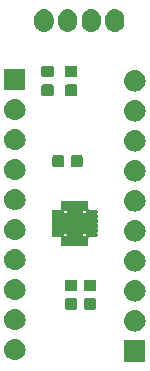
<source format=gts>
G04 #@! TF.GenerationSoftware,KiCad,Pcbnew,(5.1.2)-1*
G04 #@! TF.CreationDate,2024-07-07T09:58:16+09:00*
G04 #@! TF.ProjectId,slg,736c672e-6b69-4636-9164-5f7063625858,v1.0*
G04 #@! TF.SameCoordinates,Original*
G04 #@! TF.FileFunction,Soldermask,Top*
G04 #@! TF.FilePolarity,Negative*
%FSLAX46Y46*%
G04 Gerber Fmt 4.6, Leading zero omitted, Abs format (unit mm)*
G04 Created by KiCad (PCBNEW (5.1.2)-1) date 2024-07-07 09:58:16*
%MOMM*%
%LPD*%
G04 APERTURE LIST*
%ADD10C,0.100000*%
G04 APERTURE END LIST*
D10*
G36*
X153301000Y-103771000D02*
G01*
X151499000Y-103771000D01*
X151499000Y-101969000D01*
X153301000Y-101969000D01*
X153301000Y-103771000D01*
X153301000Y-103771000D01*
G37*
G36*
X142350442Y-101855518D02*
G01*
X142416627Y-101862037D01*
X142586466Y-101913557D01*
X142742991Y-101997222D01*
X142778729Y-102026552D01*
X142880186Y-102109814D01*
X142963448Y-102211271D01*
X142992778Y-102247009D01*
X143076443Y-102403534D01*
X143127963Y-102573373D01*
X143145359Y-102750000D01*
X143127963Y-102926627D01*
X143076443Y-103096466D01*
X142992778Y-103252991D01*
X142963448Y-103288729D01*
X142880186Y-103390186D01*
X142778729Y-103473448D01*
X142742991Y-103502778D01*
X142586466Y-103586443D01*
X142416627Y-103637963D01*
X142350443Y-103644481D01*
X142284260Y-103651000D01*
X142195740Y-103651000D01*
X142129557Y-103644481D01*
X142063373Y-103637963D01*
X141893534Y-103586443D01*
X141737009Y-103502778D01*
X141701271Y-103473448D01*
X141599814Y-103390186D01*
X141516552Y-103288729D01*
X141487222Y-103252991D01*
X141403557Y-103096466D01*
X141352037Y-102926627D01*
X141334641Y-102750000D01*
X141352037Y-102573373D01*
X141403557Y-102403534D01*
X141487222Y-102247009D01*
X141516552Y-102211271D01*
X141599814Y-102109814D01*
X141701271Y-102026552D01*
X141737009Y-101997222D01*
X141893534Y-101913557D01*
X142063373Y-101862037D01*
X142129558Y-101855518D01*
X142195740Y-101849000D01*
X142284260Y-101849000D01*
X142350442Y-101855518D01*
X142350442Y-101855518D01*
G37*
G36*
X152510443Y-99435519D02*
G01*
X152576627Y-99442037D01*
X152746466Y-99493557D01*
X152902991Y-99577222D01*
X152938729Y-99606552D01*
X153040186Y-99689814D01*
X153123448Y-99791271D01*
X153152778Y-99827009D01*
X153236443Y-99983534D01*
X153287963Y-100153373D01*
X153305359Y-100330000D01*
X153287963Y-100506627D01*
X153236443Y-100676466D01*
X153152778Y-100832991D01*
X153138667Y-100850185D01*
X153040186Y-100970186D01*
X152947266Y-101046442D01*
X152902991Y-101082778D01*
X152746466Y-101166443D01*
X152576627Y-101217963D01*
X152510443Y-101224481D01*
X152444260Y-101231000D01*
X152355740Y-101231000D01*
X152289558Y-101224482D01*
X152223373Y-101217963D01*
X152053534Y-101166443D01*
X151897009Y-101082778D01*
X151852734Y-101046442D01*
X151759814Y-100970186D01*
X151661333Y-100850185D01*
X151647222Y-100832991D01*
X151563557Y-100676466D01*
X151512037Y-100506627D01*
X151494641Y-100330000D01*
X151512037Y-100153373D01*
X151563557Y-99983534D01*
X151647222Y-99827009D01*
X151676552Y-99791271D01*
X151759814Y-99689814D01*
X151861271Y-99606552D01*
X151897009Y-99577222D01*
X152053534Y-99493557D01*
X152223373Y-99442037D01*
X152289558Y-99435518D01*
X152355740Y-99429000D01*
X152444260Y-99429000D01*
X152510443Y-99435519D01*
X152510443Y-99435519D01*
G37*
G36*
X142350443Y-99315519D02*
G01*
X142416627Y-99322037D01*
X142586466Y-99373557D01*
X142586468Y-99373558D01*
X142664728Y-99415389D01*
X142742991Y-99457222D01*
X142778729Y-99486552D01*
X142880186Y-99569814D01*
X142963448Y-99671271D01*
X142992778Y-99707009D01*
X143076443Y-99863534D01*
X143127963Y-100033373D01*
X143145359Y-100210000D01*
X143127963Y-100386627D01*
X143076443Y-100556466D01*
X142992778Y-100712991D01*
X142963448Y-100748729D01*
X142880186Y-100850186D01*
X142778729Y-100933448D01*
X142742991Y-100962778D01*
X142586466Y-101046443D01*
X142416627Y-101097963D01*
X142350442Y-101104482D01*
X142284260Y-101111000D01*
X142195740Y-101111000D01*
X142129558Y-101104482D01*
X142063373Y-101097963D01*
X141893534Y-101046443D01*
X141737009Y-100962778D01*
X141701271Y-100933448D01*
X141599814Y-100850186D01*
X141516552Y-100748729D01*
X141487222Y-100712991D01*
X141403557Y-100556466D01*
X141352037Y-100386627D01*
X141334641Y-100210000D01*
X141352037Y-100033373D01*
X141403557Y-99863534D01*
X141487222Y-99707009D01*
X141516552Y-99671271D01*
X141599814Y-99569814D01*
X141701271Y-99486552D01*
X141737009Y-99457222D01*
X141815271Y-99415390D01*
X141893532Y-99373558D01*
X141893534Y-99373557D01*
X142063373Y-99322037D01*
X142129557Y-99315519D01*
X142195740Y-99309000D01*
X142284260Y-99309000D01*
X142350443Y-99315519D01*
X142350443Y-99315519D01*
G37*
G36*
X148979591Y-98403085D02*
G01*
X149013569Y-98413393D01*
X149044890Y-98430134D01*
X149072339Y-98452661D01*
X149094866Y-98480110D01*
X149111607Y-98511431D01*
X149121915Y-98545409D01*
X149126000Y-98586890D01*
X149126000Y-99188110D01*
X149121915Y-99229591D01*
X149111607Y-99263569D01*
X149094866Y-99294890D01*
X149072339Y-99322339D01*
X149044890Y-99344866D01*
X149013569Y-99361607D01*
X148979591Y-99371915D01*
X148938110Y-99376000D01*
X148261890Y-99376000D01*
X148220409Y-99371915D01*
X148186431Y-99361607D01*
X148155110Y-99344866D01*
X148127661Y-99322339D01*
X148105134Y-99294890D01*
X148088393Y-99263569D01*
X148078085Y-99229591D01*
X148074000Y-99188110D01*
X148074000Y-98586890D01*
X148078085Y-98545409D01*
X148088393Y-98511431D01*
X148105134Y-98480110D01*
X148127661Y-98452661D01*
X148155110Y-98430134D01*
X148186431Y-98413393D01*
X148220409Y-98403085D01*
X148261890Y-98399000D01*
X148938110Y-98399000D01*
X148979591Y-98403085D01*
X148979591Y-98403085D01*
G37*
G36*
X147379591Y-98403085D02*
G01*
X147413569Y-98413393D01*
X147444890Y-98430134D01*
X147472339Y-98452661D01*
X147494866Y-98480110D01*
X147511607Y-98511431D01*
X147521915Y-98545409D01*
X147526000Y-98586890D01*
X147526000Y-99188110D01*
X147521915Y-99229591D01*
X147511607Y-99263569D01*
X147494866Y-99294890D01*
X147472339Y-99322339D01*
X147444890Y-99344866D01*
X147413569Y-99361607D01*
X147379591Y-99371915D01*
X147338110Y-99376000D01*
X146661890Y-99376000D01*
X146620409Y-99371915D01*
X146586431Y-99361607D01*
X146555110Y-99344866D01*
X146527661Y-99322339D01*
X146505134Y-99294890D01*
X146488393Y-99263569D01*
X146478085Y-99229591D01*
X146474000Y-99188110D01*
X146474000Y-98586890D01*
X146478085Y-98545409D01*
X146488393Y-98511431D01*
X146505134Y-98480110D01*
X146527661Y-98452661D01*
X146555110Y-98430134D01*
X146586431Y-98413393D01*
X146620409Y-98403085D01*
X146661890Y-98399000D01*
X147338110Y-98399000D01*
X147379591Y-98403085D01*
X147379591Y-98403085D01*
G37*
G36*
X152510442Y-96895518D02*
G01*
X152576627Y-96902037D01*
X152746466Y-96953557D01*
X152902991Y-97037222D01*
X152938729Y-97066552D01*
X153040186Y-97149814D01*
X153123448Y-97251271D01*
X153152778Y-97287009D01*
X153236443Y-97443534D01*
X153287963Y-97613373D01*
X153305359Y-97790000D01*
X153287963Y-97966627D01*
X153236443Y-98136466D01*
X153152778Y-98292991D01*
X153138667Y-98310185D01*
X153040186Y-98430186D01*
X152947266Y-98506442D01*
X152902991Y-98542778D01*
X152746466Y-98626443D01*
X152576627Y-98677963D01*
X152510442Y-98684482D01*
X152444260Y-98691000D01*
X152355740Y-98691000D01*
X152289558Y-98684482D01*
X152223373Y-98677963D01*
X152053534Y-98626443D01*
X151897009Y-98542778D01*
X151852734Y-98506442D01*
X151759814Y-98430186D01*
X151661333Y-98310185D01*
X151647222Y-98292991D01*
X151563557Y-98136466D01*
X151512037Y-97966627D01*
X151494641Y-97790000D01*
X151512037Y-97613373D01*
X151563557Y-97443534D01*
X151647222Y-97287009D01*
X151676552Y-97251271D01*
X151759814Y-97149814D01*
X151861271Y-97066552D01*
X151897009Y-97037222D01*
X152053534Y-96953557D01*
X152223373Y-96902037D01*
X152289558Y-96895518D01*
X152355740Y-96889000D01*
X152444260Y-96889000D01*
X152510442Y-96895518D01*
X152510442Y-96895518D01*
G37*
G36*
X142350442Y-96775518D02*
G01*
X142416627Y-96782037D01*
X142586466Y-96833557D01*
X142586468Y-96833558D01*
X142603369Y-96842592D01*
X142742991Y-96917222D01*
X142766397Y-96936431D01*
X142880186Y-97029814D01*
X142963448Y-97131271D01*
X142992778Y-97167009D01*
X143076443Y-97323534D01*
X143127963Y-97493373D01*
X143145359Y-97670000D01*
X143127963Y-97846627D01*
X143076443Y-98016466D01*
X142992778Y-98172991D01*
X142963448Y-98208729D01*
X142880186Y-98310186D01*
X142778729Y-98393448D01*
X142742991Y-98422778D01*
X142586466Y-98506443D01*
X142416627Y-98557963D01*
X142350443Y-98564481D01*
X142284260Y-98571000D01*
X142195740Y-98571000D01*
X142129558Y-98564482D01*
X142063373Y-98557963D01*
X141893534Y-98506443D01*
X141737009Y-98422778D01*
X141701271Y-98393448D01*
X141599814Y-98310186D01*
X141516552Y-98208729D01*
X141487222Y-98172991D01*
X141403557Y-98016466D01*
X141352037Y-97846627D01*
X141334641Y-97670000D01*
X141352037Y-97493373D01*
X141403557Y-97323534D01*
X141487222Y-97167009D01*
X141516552Y-97131271D01*
X141599814Y-97029814D01*
X141713603Y-96936431D01*
X141737009Y-96917222D01*
X141876631Y-96842592D01*
X141893532Y-96833558D01*
X141893534Y-96833557D01*
X142063373Y-96782037D01*
X142129558Y-96775518D01*
X142195740Y-96769000D01*
X142284260Y-96769000D01*
X142350442Y-96775518D01*
X142350442Y-96775518D01*
G37*
G36*
X147379591Y-96828085D02*
G01*
X147413569Y-96838393D01*
X147444890Y-96855134D01*
X147472339Y-96877661D01*
X147494866Y-96905110D01*
X147511607Y-96936431D01*
X147521915Y-96970409D01*
X147526000Y-97011890D01*
X147526000Y-97613110D01*
X147521915Y-97654591D01*
X147511607Y-97688569D01*
X147494866Y-97719890D01*
X147472339Y-97747339D01*
X147444890Y-97769866D01*
X147413569Y-97786607D01*
X147379591Y-97796915D01*
X147338110Y-97801000D01*
X146661890Y-97801000D01*
X146620409Y-97796915D01*
X146586431Y-97786607D01*
X146555110Y-97769866D01*
X146527661Y-97747339D01*
X146505134Y-97719890D01*
X146488393Y-97688569D01*
X146478085Y-97654591D01*
X146474000Y-97613110D01*
X146474000Y-97011890D01*
X146478085Y-96970409D01*
X146488393Y-96936431D01*
X146505134Y-96905110D01*
X146527661Y-96877661D01*
X146555110Y-96855134D01*
X146586431Y-96838393D01*
X146620409Y-96828085D01*
X146661890Y-96824000D01*
X147338110Y-96824000D01*
X147379591Y-96828085D01*
X147379591Y-96828085D01*
G37*
G36*
X148979591Y-96828085D02*
G01*
X149013569Y-96838393D01*
X149044890Y-96855134D01*
X149072339Y-96877661D01*
X149094866Y-96905110D01*
X149111607Y-96936431D01*
X149121915Y-96970409D01*
X149126000Y-97011890D01*
X149126000Y-97613110D01*
X149121915Y-97654591D01*
X149111607Y-97688569D01*
X149094866Y-97719890D01*
X149072339Y-97747339D01*
X149044890Y-97769866D01*
X149013569Y-97786607D01*
X148979591Y-97796915D01*
X148938110Y-97801000D01*
X148261890Y-97801000D01*
X148220409Y-97796915D01*
X148186431Y-97786607D01*
X148155110Y-97769866D01*
X148127661Y-97747339D01*
X148105134Y-97719890D01*
X148088393Y-97688569D01*
X148078085Y-97654591D01*
X148074000Y-97613110D01*
X148074000Y-97011890D01*
X148078085Y-96970409D01*
X148088393Y-96936431D01*
X148105134Y-96905110D01*
X148127661Y-96877661D01*
X148155110Y-96855134D01*
X148186431Y-96838393D01*
X148220409Y-96828085D01*
X148261890Y-96824000D01*
X148938110Y-96824000D01*
X148979591Y-96828085D01*
X148979591Y-96828085D01*
G37*
G36*
X152510442Y-94355518D02*
G01*
X152576627Y-94362037D01*
X152746466Y-94413557D01*
X152902991Y-94497222D01*
X152938729Y-94526552D01*
X153040186Y-94609814D01*
X153123448Y-94711271D01*
X153152778Y-94747009D01*
X153236443Y-94903534D01*
X153287963Y-95073373D01*
X153305359Y-95250000D01*
X153287963Y-95426627D01*
X153236443Y-95596466D01*
X153152778Y-95752991D01*
X153138667Y-95770185D01*
X153040186Y-95890186D01*
X152947266Y-95966442D01*
X152902991Y-96002778D01*
X152746466Y-96086443D01*
X152576627Y-96137963D01*
X152510443Y-96144481D01*
X152444260Y-96151000D01*
X152355740Y-96151000D01*
X152289558Y-96144482D01*
X152223373Y-96137963D01*
X152053534Y-96086443D01*
X151897009Y-96002778D01*
X151852734Y-95966442D01*
X151759814Y-95890186D01*
X151661333Y-95770185D01*
X151647222Y-95752991D01*
X151563557Y-95596466D01*
X151512037Y-95426627D01*
X151494641Y-95250000D01*
X151512037Y-95073373D01*
X151563557Y-94903534D01*
X151647222Y-94747009D01*
X151676552Y-94711271D01*
X151759814Y-94609814D01*
X151861271Y-94526552D01*
X151897009Y-94497222D01*
X152053534Y-94413557D01*
X152223373Y-94362037D01*
X152289557Y-94355519D01*
X152355740Y-94349000D01*
X152444260Y-94349000D01*
X152510442Y-94355518D01*
X152510442Y-94355518D01*
G37*
G36*
X142350442Y-94235518D02*
G01*
X142416627Y-94242037D01*
X142586466Y-94293557D01*
X142742991Y-94377222D01*
X142778729Y-94406552D01*
X142880186Y-94489814D01*
X142963448Y-94591271D01*
X142992778Y-94627009D01*
X143076443Y-94783534D01*
X143127963Y-94953373D01*
X143145359Y-95130000D01*
X143127963Y-95306627D01*
X143076443Y-95476466D01*
X142992778Y-95632991D01*
X142963448Y-95668729D01*
X142880186Y-95770186D01*
X142778729Y-95853448D01*
X142742991Y-95882778D01*
X142586466Y-95966443D01*
X142416627Y-96017963D01*
X142350443Y-96024481D01*
X142284260Y-96031000D01*
X142195740Y-96031000D01*
X142129558Y-96024482D01*
X142063373Y-96017963D01*
X141893534Y-95966443D01*
X141737009Y-95882778D01*
X141701271Y-95853448D01*
X141599814Y-95770186D01*
X141516552Y-95668729D01*
X141487222Y-95632991D01*
X141403557Y-95476466D01*
X141352037Y-95306627D01*
X141334641Y-95130000D01*
X141352037Y-94953373D01*
X141403557Y-94783534D01*
X141487222Y-94627009D01*
X141516552Y-94591271D01*
X141599814Y-94489814D01*
X141701271Y-94406552D01*
X141737009Y-94377222D01*
X141893534Y-94293557D01*
X142063373Y-94242037D01*
X142129558Y-94235518D01*
X142195740Y-94229000D01*
X142284260Y-94229000D01*
X142350442Y-94235518D01*
X142350442Y-94235518D01*
G37*
G36*
X146387228Y-90148653D02*
G01*
X146406541Y-90152496D01*
X146423098Y-90159353D01*
X146424663Y-90160399D01*
X146446274Y-90171951D01*
X146469723Y-90179064D01*
X146494109Y-90181466D01*
X146518495Y-90179064D01*
X146541944Y-90171951D01*
X146573405Y-90153095D01*
X146575109Y-90151696D01*
X146577255Y-90150550D01*
X146579584Y-90149843D01*
X146588143Y-90149000D01*
X146851857Y-90149000D01*
X146860416Y-90149843D01*
X146864556Y-90151099D01*
X146883716Y-90159035D01*
X146907750Y-90163815D01*
X146932254Y-90163815D01*
X146956287Y-90159034D01*
X146975445Y-90151099D01*
X146979584Y-90149843D01*
X146988143Y-90149000D01*
X147251857Y-90149000D01*
X147260416Y-90149843D01*
X147264556Y-90151099D01*
X147283716Y-90159035D01*
X147307750Y-90163815D01*
X147332254Y-90163815D01*
X147356287Y-90159034D01*
X147375445Y-90151099D01*
X147379584Y-90149843D01*
X147388143Y-90149000D01*
X147651857Y-90149000D01*
X147660416Y-90149843D01*
X147664556Y-90151099D01*
X147683716Y-90159035D01*
X147707750Y-90163815D01*
X147732254Y-90163815D01*
X147756287Y-90159034D01*
X147775445Y-90151099D01*
X147779584Y-90149843D01*
X147788143Y-90149000D01*
X148051857Y-90149000D01*
X148060416Y-90149843D01*
X148062745Y-90150550D01*
X148064891Y-90151696D01*
X148066595Y-90153095D01*
X148086970Y-90166708D01*
X148109609Y-90176085D01*
X148133642Y-90180865D01*
X148158146Y-90180864D01*
X148182179Y-90176082D01*
X148215337Y-90160399D01*
X148216902Y-90159353D01*
X148233459Y-90152496D01*
X148252772Y-90148653D01*
X148263059Y-90148148D01*
X148376941Y-90148148D01*
X148387228Y-90148653D01*
X148406541Y-90152496D01*
X148423097Y-90159353D01*
X148426365Y-90161537D01*
X148426377Y-90161543D01*
X148434737Y-90167129D01*
X148434746Y-90167137D01*
X148438017Y-90169322D01*
X148450678Y-90181983D01*
X148452863Y-90185254D01*
X148452871Y-90185263D01*
X148458457Y-90193623D01*
X148458463Y-90193635D01*
X148460647Y-90196903D01*
X148467504Y-90213459D01*
X148471347Y-90232772D01*
X148471852Y-90243059D01*
X148471852Y-90798149D01*
X148474254Y-90822535D01*
X148481367Y-90845984D01*
X148492918Y-90867595D01*
X148508463Y-90886537D01*
X148527405Y-90902082D01*
X148549016Y-90913633D01*
X148572465Y-90920746D01*
X148596851Y-90923148D01*
X149151941Y-90923148D01*
X149162228Y-90923653D01*
X149181541Y-90927496D01*
X149198097Y-90934353D01*
X149201365Y-90936537D01*
X149201377Y-90936543D01*
X149209737Y-90942129D01*
X149209746Y-90942137D01*
X149213017Y-90944322D01*
X149225678Y-90956983D01*
X149227863Y-90960254D01*
X149227871Y-90960263D01*
X149233457Y-90968623D01*
X149233463Y-90968635D01*
X149235647Y-90971903D01*
X149242504Y-90988459D01*
X149246347Y-91007772D01*
X149246852Y-91018059D01*
X149246852Y-91131941D01*
X149246347Y-91142228D01*
X149242504Y-91161541D01*
X149235647Y-91178098D01*
X149234601Y-91179663D01*
X149223049Y-91201274D01*
X149215936Y-91224723D01*
X149213534Y-91249109D01*
X149215936Y-91273495D01*
X149223049Y-91296944D01*
X149241905Y-91328405D01*
X149243304Y-91330109D01*
X149244450Y-91332255D01*
X149245157Y-91334584D01*
X149246000Y-91343143D01*
X149246000Y-91606857D01*
X149245157Y-91615416D01*
X149243901Y-91619556D01*
X149235965Y-91638716D01*
X149231185Y-91662750D01*
X149231185Y-91687254D01*
X149235966Y-91711287D01*
X149243901Y-91730445D01*
X149245157Y-91734584D01*
X149246000Y-91743143D01*
X149246000Y-92006857D01*
X149245157Y-92015416D01*
X149243901Y-92019556D01*
X149235965Y-92038716D01*
X149231185Y-92062750D01*
X149231185Y-92087254D01*
X149235966Y-92111287D01*
X149243901Y-92130445D01*
X149245157Y-92134584D01*
X149246000Y-92143143D01*
X149246000Y-92406857D01*
X149245157Y-92415416D01*
X149243901Y-92419556D01*
X149235965Y-92438716D01*
X149231185Y-92462750D01*
X149231185Y-92487254D01*
X149235966Y-92511287D01*
X149243901Y-92530445D01*
X149245157Y-92534584D01*
X149246000Y-92543143D01*
X149246000Y-92806857D01*
X149245157Y-92815416D01*
X149244450Y-92817745D01*
X149243304Y-92819891D01*
X149241905Y-92821595D01*
X149228292Y-92841970D01*
X149218915Y-92864609D01*
X149214135Y-92888642D01*
X149214136Y-92913146D01*
X149218918Y-92937179D01*
X149234601Y-92970337D01*
X149235647Y-92971902D01*
X149242504Y-92988459D01*
X149246347Y-93007772D01*
X149246852Y-93018059D01*
X149246852Y-93131941D01*
X149246347Y-93142228D01*
X149242504Y-93161541D01*
X149235647Y-93178097D01*
X149233463Y-93181365D01*
X149233457Y-93181377D01*
X149227871Y-93189737D01*
X149227863Y-93189746D01*
X149225678Y-93193017D01*
X149213017Y-93205678D01*
X149209746Y-93207863D01*
X149209737Y-93207871D01*
X149201377Y-93213457D01*
X149201365Y-93213463D01*
X149198097Y-93215647D01*
X149181541Y-93222504D01*
X149162228Y-93226347D01*
X149151941Y-93226852D01*
X148596851Y-93226852D01*
X148572465Y-93229254D01*
X148549016Y-93236367D01*
X148527405Y-93247918D01*
X148508463Y-93263463D01*
X148492918Y-93282405D01*
X148481367Y-93304016D01*
X148474254Y-93327465D01*
X148471852Y-93351851D01*
X148471852Y-93906941D01*
X148471347Y-93917228D01*
X148467504Y-93936541D01*
X148460647Y-93953097D01*
X148458463Y-93956365D01*
X148458457Y-93956377D01*
X148452871Y-93964737D01*
X148452863Y-93964746D01*
X148450678Y-93968017D01*
X148438017Y-93980678D01*
X148434746Y-93982863D01*
X148434737Y-93982871D01*
X148426377Y-93988457D01*
X148426365Y-93988463D01*
X148423097Y-93990647D01*
X148406541Y-93997504D01*
X148387228Y-94001347D01*
X148376941Y-94001852D01*
X148263059Y-94001852D01*
X148252772Y-94001347D01*
X148233459Y-93997504D01*
X148216902Y-93990647D01*
X148215337Y-93989601D01*
X148193726Y-93978049D01*
X148170277Y-93970936D01*
X148145891Y-93968534D01*
X148121505Y-93970936D01*
X148098056Y-93978049D01*
X148066595Y-93996905D01*
X148064891Y-93998304D01*
X148062745Y-93999450D01*
X148060416Y-94000157D01*
X148051857Y-94001000D01*
X147788143Y-94001000D01*
X147779584Y-94000157D01*
X147775444Y-93998901D01*
X147756284Y-93990965D01*
X147732250Y-93986185D01*
X147707746Y-93986185D01*
X147683713Y-93990966D01*
X147664555Y-93998901D01*
X147660416Y-94000157D01*
X147651857Y-94001000D01*
X147388143Y-94001000D01*
X147379584Y-94000157D01*
X147375444Y-93998901D01*
X147356284Y-93990965D01*
X147332250Y-93986185D01*
X147307746Y-93986185D01*
X147283713Y-93990966D01*
X147264555Y-93998901D01*
X147260416Y-94000157D01*
X147251857Y-94001000D01*
X146988143Y-94001000D01*
X146979584Y-94000157D01*
X146975444Y-93998901D01*
X146956284Y-93990965D01*
X146932250Y-93986185D01*
X146907746Y-93986185D01*
X146883713Y-93990966D01*
X146864555Y-93998901D01*
X146860416Y-94000157D01*
X146851857Y-94001000D01*
X146588143Y-94001000D01*
X146579584Y-94000157D01*
X146577255Y-93999450D01*
X146575109Y-93998304D01*
X146573405Y-93996905D01*
X146553030Y-93983292D01*
X146530391Y-93973915D01*
X146506358Y-93969135D01*
X146481854Y-93969136D01*
X146457821Y-93973918D01*
X146424663Y-93989601D01*
X146423098Y-93990647D01*
X146406541Y-93997504D01*
X146387228Y-94001347D01*
X146376941Y-94001852D01*
X146263059Y-94001852D01*
X146252772Y-94001347D01*
X146233459Y-93997504D01*
X146216903Y-93990647D01*
X146213635Y-93988463D01*
X146213623Y-93988457D01*
X146205263Y-93982871D01*
X146205254Y-93982863D01*
X146201983Y-93980678D01*
X146189322Y-93968017D01*
X146187137Y-93964746D01*
X146187129Y-93964737D01*
X146181543Y-93956377D01*
X146181537Y-93956365D01*
X146179353Y-93953097D01*
X146172496Y-93936541D01*
X146168653Y-93917228D01*
X146168148Y-93906941D01*
X146168148Y-93351851D01*
X146165746Y-93327465D01*
X146158633Y-93304016D01*
X146147082Y-93282405D01*
X146131537Y-93263463D01*
X146112595Y-93247918D01*
X146090984Y-93236367D01*
X146067535Y-93229254D01*
X146043149Y-93226852D01*
X145488059Y-93226852D01*
X145477772Y-93226347D01*
X145458459Y-93222504D01*
X145441903Y-93215647D01*
X145438635Y-93213463D01*
X145438623Y-93213457D01*
X145430263Y-93207871D01*
X145430254Y-93207863D01*
X145426983Y-93205678D01*
X145414322Y-93193017D01*
X145412137Y-93189746D01*
X145412129Y-93189737D01*
X145406543Y-93181377D01*
X145406537Y-93181365D01*
X145404353Y-93178097D01*
X145397496Y-93161541D01*
X145393653Y-93142228D01*
X145393148Y-93131941D01*
X145393148Y-93050999D01*
X146360928Y-93050999D01*
X146363330Y-93075385D01*
X146370443Y-93098834D01*
X146381994Y-93120445D01*
X146397539Y-93139387D01*
X146416479Y-93154930D01*
X146424662Y-93160398D01*
X146446272Y-93171950D01*
X146469721Y-93179064D01*
X146494107Y-93181466D01*
X146518493Y-93179065D01*
X146541942Y-93171952D01*
X146573400Y-93153100D01*
X146580064Y-93147632D01*
X146597392Y-93130306D01*
X146611008Y-93109933D01*
X146620387Y-93087295D01*
X146625170Y-93063262D01*
X146625171Y-93050999D01*
X148014227Y-93050999D01*
X148016629Y-93075385D01*
X148023742Y-93098834D01*
X148035293Y-93120445D01*
X148050838Y-93139387D01*
X148059936Y-93147632D01*
X148066600Y-93153100D01*
X148086976Y-93166712D01*
X148109615Y-93176087D01*
X148133649Y-93180865D01*
X148158153Y-93180863D01*
X148182186Y-93176080D01*
X148215338Y-93160398D01*
X148223521Y-93154930D01*
X148242463Y-93139384D01*
X148258008Y-93120442D01*
X148269558Y-93098831D01*
X148276671Y-93075382D01*
X148279072Y-93050996D01*
X148276670Y-93026610D01*
X148269556Y-93003161D01*
X148258004Y-92981551D01*
X148242458Y-92962609D01*
X148223516Y-92947064D01*
X148201905Y-92935514D01*
X148178456Y-92928401D01*
X148154073Y-92926000D01*
X148139226Y-92926000D01*
X148114840Y-92928402D01*
X148091391Y-92935515D01*
X148069780Y-92947066D01*
X148050838Y-92962611D01*
X148035293Y-92981553D01*
X148023742Y-93003164D01*
X148016629Y-93026613D01*
X148014227Y-93050999D01*
X146625171Y-93050999D01*
X146625172Y-93038758D01*
X146620394Y-93014724D01*
X146611019Y-92992085D01*
X146597407Y-92971709D01*
X146580081Y-92954381D01*
X146559708Y-92940765D01*
X146537070Y-92931386D01*
X146513037Y-92926603D01*
X146500774Y-92926000D01*
X146485927Y-92926000D01*
X146461541Y-92928402D01*
X146438092Y-92935515D01*
X146416481Y-92947066D01*
X146397539Y-92962611D01*
X146381994Y-92981553D01*
X146370443Y-93003164D01*
X146363330Y-93026613D01*
X146360928Y-93050999D01*
X145393148Y-93050999D01*
X145393148Y-93018059D01*
X145393653Y-93007772D01*
X145397496Y-92988459D01*
X145404353Y-92971902D01*
X145405399Y-92970337D01*
X145416951Y-92948726D01*
X145424064Y-92925277D01*
X145426466Y-92900891D01*
X145424064Y-92876505D01*
X145416951Y-92853056D01*
X145398095Y-92821595D01*
X145396696Y-92819891D01*
X145395550Y-92817745D01*
X145394843Y-92815416D01*
X145394000Y-92806857D01*
X145394000Y-92543143D01*
X145394843Y-92534584D01*
X145396099Y-92530444D01*
X145404035Y-92511284D01*
X145408815Y-92487250D01*
X145408815Y-92462746D01*
X145404034Y-92438713D01*
X145396099Y-92419555D01*
X145394843Y-92415416D01*
X145394000Y-92406857D01*
X145394000Y-92143143D01*
X145394843Y-92134584D01*
X145396099Y-92130444D01*
X145404035Y-92111284D01*
X145408815Y-92087250D01*
X145408815Y-92062746D01*
X145404034Y-92038713D01*
X145396099Y-92019555D01*
X145394843Y-92015416D01*
X145394000Y-92006857D01*
X145394000Y-91743143D01*
X145394843Y-91734584D01*
X145396099Y-91730444D01*
X145404035Y-91711284D01*
X145408815Y-91687250D01*
X145408815Y-91662746D01*
X145404034Y-91638713D01*
X145396099Y-91619555D01*
X145394843Y-91615416D01*
X145394000Y-91606857D01*
X145394000Y-91343143D01*
X145394843Y-91334584D01*
X145395550Y-91332255D01*
X145396696Y-91330109D01*
X145398095Y-91328405D01*
X145411708Y-91308030D01*
X145421085Y-91285391D01*
X145425865Y-91261358D01*
X145425864Y-91236854D01*
X145421082Y-91212821D01*
X145405399Y-91179663D01*
X145404353Y-91178098D01*
X145397496Y-91161541D01*
X145393653Y-91142228D01*
X145393148Y-91131941D01*
X145393148Y-91099004D01*
X146360928Y-91099004D01*
X146363330Y-91123390D01*
X146370444Y-91146839D01*
X146381996Y-91168449D01*
X146397542Y-91187391D01*
X146416484Y-91202936D01*
X146438095Y-91214486D01*
X146461544Y-91221599D01*
X146485927Y-91224000D01*
X146500774Y-91224000D01*
X146525160Y-91221598D01*
X146548609Y-91214485D01*
X146570220Y-91202934D01*
X146589162Y-91187389D01*
X146604707Y-91168447D01*
X146616258Y-91146836D01*
X146623371Y-91123387D01*
X146624567Y-91111242D01*
X148014828Y-91111242D01*
X148019606Y-91135276D01*
X148028981Y-91157915D01*
X148042593Y-91178291D01*
X148059919Y-91195619D01*
X148080292Y-91209235D01*
X148102930Y-91218614D01*
X148126963Y-91223397D01*
X148139226Y-91224000D01*
X148154073Y-91224000D01*
X148178459Y-91221598D01*
X148201908Y-91214485D01*
X148223519Y-91202934D01*
X148242461Y-91187389D01*
X148258006Y-91168447D01*
X148269557Y-91146836D01*
X148276670Y-91123387D01*
X148279072Y-91099001D01*
X148276670Y-91074615D01*
X148269557Y-91051166D01*
X148258006Y-91029555D01*
X148242461Y-91010613D01*
X148223521Y-90995070D01*
X148215338Y-90989602D01*
X148193728Y-90978050D01*
X148170279Y-90970936D01*
X148145893Y-90968534D01*
X148121507Y-90970935D01*
X148098058Y-90978048D01*
X148066600Y-90996900D01*
X148059936Y-91002368D01*
X148042608Y-91019694D01*
X148028992Y-91040067D01*
X148019613Y-91062705D01*
X148014830Y-91086738D01*
X148014828Y-91111242D01*
X146624567Y-91111242D01*
X146625773Y-91099001D01*
X146623371Y-91074615D01*
X146616258Y-91051166D01*
X146604707Y-91029555D01*
X146589162Y-91010613D01*
X146580064Y-91002368D01*
X146573400Y-90996900D01*
X146553024Y-90983288D01*
X146530385Y-90973913D01*
X146506351Y-90969135D01*
X146481847Y-90969137D01*
X146457814Y-90973920D01*
X146424662Y-90989602D01*
X146416479Y-90995070D01*
X146397537Y-91010616D01*
X146381992Y-91029558D01*
X146370442Y-91051169D01*
X146363329Y-91074618D01*
X146360928Y-91099004D01*
X145393148Y-91099004D01*
X145393148Y-91018059D01*
X145393653Y-91007772D01*
X145397496Y-90988459D01*
X145404353Y-90971903D01*
X145406537Y-90968635D01*
X145406543Y-90968623D01*
X145412129Y-90960263D01*
X145412137Y-90960254D01*
X145414322Y-90956983D01*
X145426983Y-90944322D01*
X145430254Y-90942137D01*
X145430263Y-90942129D01*
X145438623Y-90936543D01*
X145438635Y-90936537D01*
X145441903Y-90934353D01*
X145458459Y-90927496D01*
X145477772Y-90923653D01*
X145488059Y-90923148D01*
X146043149Y-90923148D01*
X146067535Y-90920746D01*
X146090984Y-90913633D01*
X146112595Y-90902082D01*
X146131537Y-90886537D01*
X146147082Y-90867595D01*
X146158633Y-90845984D01*
X146165746Y-90822535D01*
X146168148Y-90798149D01*
X146168148Y-90243059D01*
X146168653Y-90232772D01*
X146172496Y-90213459D01*
X146179353Y-90196903D01*
X146181537Y-90193635D01*
X146181543Y-90193623D01*
X146187129Y-90185263D01*
X146187137Y-90185254D01*
X146189322Y-90181983D01*
X146201983Y-90169322D01*
X146205254Y-90167137D01*
X146205263Y-90167129D01*
X146213623Y-90161543D01*
X146213635Y-90161537D01*
X146216903Y-90159353D01*
X146233459Y-90152496D01*
X146252772Y-90148653D01*
X146263059Y-90148148D01*
X146376941Y-90148148D01*
X146387228Y-90148653D01*
X146387228Y-90148653D01*
G37*
G36*
X152510442Y-91815518D02*
G01*
X152576627Y-91822037D01*
X152746466Y-91873557D01*
X152902991Y-91957222D01*
X152912747Y-91965229D01*
X153040186Y-92069814D01*
X153102802Y-92146113D01*
X153152778Y-92207009D01*
X153236443Y-92363534D01*
X153287963Y-92533373D01*
X153305359Y-92710000D01*
X153287963Y-92886627D01*
X153238102Y-93050996D01*
X153236442Y-93056468D01*
X153221294Y-93084808D01*
X153152778Y-93212991D01*
X153130612Y-93240000D01*
X153040186Y-93350186D01*
X152947266Y-93426442D01*
X152902991Y-93462778D01*
X152746466Y-93546443D01*
X152576627Y-93597963D01*
X152510442Y-93604482D01*
X152444260Y-93611000D01*
X152355740Y-93611000D01*
X152289557Y-93604481D01*
X152223373Y-93597963D01*
X152053534Y-93546443D01*
X151897009Y-93462778D01*
X151852734Y-93426442D01*
X151759814Y-93350186D01*
X151669388Y-93240000D01*
X151647222Y-93212991D01*
X151578706Y-93084808D01*
X151563558Y-93056468D01*
X151561898Y-93050996D01*
X151512037Y-92886627D01*
X151494641Y-92710000D01*
X151512037Y-92533373D01*
X151563557Y-92363534D01*
X151647222Y-92207009D01*
X151697198Y-92146113D01*
X151759814Y-92069814D01*
X151887253Y-91965229D01*
X151897009Y-91957222D01*
X152053534Y-91873557D01*
X152223373Y-91822037D01*
X152289558Y-91815518D01*
X152355740Y-91809000D01*
X152444260Y-91809000D01*
X152510442Y-91815518D01*
X152510442Y-91815518D01*
G37*
G36*
X142350442Y-91695518D02*
G01*
X142416627Y-91702037D01*
X142586466Y-91753557D01*
X142742991Y-91837222D01*
X142778729Y-91866552D01*
X142880186Y-91949814D01*
X142942709Y-92026000D01*
X142992778Y-92087009D01*
X143076443Y-92243534D01*
X143127963Y-92413373D01*
X143145359Y-92590000D01*
X143127963Y-92766627D01*
X143076443Y-92936466D01*
X142992778Y-93092991D01*
X142984603Y-93102952D01*
X142880186Y-93230186D01*
X142778729Y-93313448D01*
X142742991Y-93342778D01*
X142586466Y-93426443D01*
X142416627Y-93477963D01*
X142350443Y-93484481D01*
X142284260Y-93491000D01*
X142195740Y-93491000D01*
X142129557Y-93484481D01*
X142063373Y-93477963D01*
X141893534Y-93426443D01*
X141737009Y-93342778D01*
X141701271Y-93313448D01*
X141599814Y-93230186D01*
X141495397Y-93102952D01*
X141487222Y-93092991D01*
X141403557Y-92936466D01*
X141352037Y-92766627D01*
X141334641Y-92590000D01*
X141352037Y-92413373D01*
X141403557Y-92243534D01*
X141487222Y-92087009D01*
X141537291Y-92026000D01*
X141599814Y-91949814D01*
X141701271Y-91866552D01*
X141737009Y-91837222D01*
X141893534Y-91753557D01*
X142063373Y-91702037D01*
X142129558Y-91695518D01*
X142195740Y-91689000D01*
X142284260Y-91689000D01*
X142350442Y-91695518D01*
X142350442Y-91695518D01*
G37*
G36*
X152510443Y-89275519D02*
G01*
X152576627Y-89282037D01*
X152746466Y-89333557D01*
X152902991Y-89417222D01*
X152938729Y-89446552D01*
X153040186Y-89529814D01*
X153123448Y-89631271D01*
X153152778Y-89667009D01*
X153236443Y-89823534D01*
X153287963Y-89993373D01*
X153305359Y-90170000D01*
X153287963Y-90346627D01*
X153236443Y-90516466D01*
X153152778Y-90672991D01*
X153138667Y-90690185D01*
X153040186Y-90810186D01*
X152938729Y-90893448D01*
X152902991Y-90922778D01*
X152895599Y-90926729D01*
X152780112Y-90988459D01*
X152746466Y-91006443D01*
X152576627Y-91057963D01*
X152510442Y-91064482D01*
X152444260Y-91071000D01*
X152355740Y-91071000D01*
X152289558Y-91064482D01*
X152223373Y-91057963D01*
X152053534Y-91006443D01*
X152019889Y-90988459D01*
X151904401Y-90926729D01*
X151897009Y-90922778D01*
X151861271Y-90893448D01*
X151759814Y-90810186D01*
X151661333Y-90690185D01*
X151647222Y-90672991D01*
X151563557Y-90516466D01*
X151512037Y-90346627D01*
X151494641Y-90170000D01*
X151512037Y-89993373D01*
X151563557Y-89823534D01*
X151647222Y-89667009D01*
X151676552Y-89631271D01*
X151759814Y-89529814D01*
X151861271Y-89446552D01*
X151897009Y-89417222D01*
X152053534Y-89333557D01*
X152223373Y-89282037D01*
X152289557Y-89275519D01*
X152355740Y-89269000D01*
X152444260Y-89269000D01*
X152510443Y-89275519D01*
X152510443Y-89275519D01*
G37*
G36*
X142350443Y-89155519D02*
G01*
X142416627Y-89162037D01*
X142586466Y-89213557D01*
X142742991Y-89297222D01*
X142778729Y-89326552D01*
X142880186Y-89409814D01*
X142963448Y-89511271D01*
X142992778Y-89547009D01*
X143076443Y-89703534D01*
X143127963Y-89873373D01*
X143145359Y-90050000D01*
X143127963Y-90226627D01*
X143076443Y-90396466D01*
X142992778Y-90552991D01*
X142963448Y-90588729D01*
X142880186Y-90690186D01*
X142778729Y-90773448D01*
X142742991Y-90802778D01*
X142699060Y-90826260D01*
X142602352Y-90877952D01*
X142586466Y-90886443D01*
X142416627Y-90937963D01*
X142352062Y-90944322D01*
X142284260Y-90951000D01*
X142195740Y-90951000D01*
X142127938Y-90944322D01*
X142063373Y-90937963D01*
X141893534Y-90886443D01*
X141877649Y-90877952D01*
X141780940Y-90826260D01*
X141737009Y-90802778D01*
X141701271Y-90773448D01*
X141599814Y-90690186D01*
X141516552Y-90588729D01*
X141487222Y-90552991D01*
X141403557Y-90396466D01*
X141352037Y-90226627D01*
X141334641Y-90050000D01*
X141352037Y-89873373D01*
X141403557Y-89703534D01*
X141487222Y-89547009D01*
X141516552Y-89511271D01*
X141599814Y-89409814D01*
X141701271Y-89326552D01*
X141737009Y-89297222D01*
X141893534Y-89213557D01*
X142063373Y-89162037D01*
X142129557Y-89155519D01*
X142195740Y-89149000D01*
X142284260Y-89149000D01*
X142350443Y-89155519D01*
X142350443Y-89155519D01*
G37*
G36*
X152510442Y-86735518D02*
G01*
X152576627Y-86742037D01*
X152746466Y-86793557D01*
X152902991Y-86877222D01*
X152938729Y-86906552D01*
X153040186Y-86989814D01*
X153115635Y-87081750D01*
X153152778Y-87127009D01*
X153236443Y-87283534D01*
X153287963Y-87453373D01*
X153305359Y-87630000D01*
X153287963Y-87806627D01*
X153236443Y-87976466D01*
X153152778Y-88132991D01*
X153138667Y-88150185D01*
X153040186Y-88270186D01*
X152947266Y-88346442D01*
X152902991Y-88382778D01*
X152746466Y-88466443D01*
X152576627Y-88517963D01*
X152510442Y-88524482D01*
X152444260Y-88531000D01*
X152355740Y-88531000D01*
X152289558Y-88524482D01*
X152223373Y-88517963D01*
X152053534Y-88466443D01*
X151897009Y-88382778D01*
X151852734Y-88346442D01*
X151759814Y-88270186D01*
X151661333Y-88150185D01*
X151647222Y-88132991D01*
X151563557Y-87976466D01*
X151512037Y-87806627D01*
X151494641Y-87630000D01*
X151512037Y-87453373D01*
X151563557Y-87283534D01*
X151647222Y-87127009D01*
X151684365Y-87081750D01*
X151759814Y-86989814D01*
X151861271Y-86906552D01*
X151897009Y-86877222D01*
X152053534Y-86793557D01*
X152223373Y-86742037D01*
X152289558Y-86735518D01*
X152355740Y-86729000D01*
X152444260Y-86729000D01*
X152510442Y-86735518D01*
X152510442Y-86735518D01*
G37*
G36*
X142350443Y-86615519D02*
G01*
X142416627Y-86622037D01*
X142586466Y-86673557D01*
X142742991Y-86757222D01*
X142778729Y-86786552D01*
X142880186Y-86869814D01*
X142963448Y-86971271D01*
X142992778Y-87007009D01*
X142992779Y-87007011D01*
X143062854Y-87138110D01*
X143076443Y-87163534D01*
X143127963Y-87333373D01*
X143145359Y-87510000D01*
X143127963Y-87686627D01*
X143076443Y-87856466D01*
X142992778Y-88012991D01*
X142963448Y-88048729D01*
X142880186Y-88150186D01*
X142778729Y-88233448D01*
X142742991Y-88262778D01*
X142586466Y-88346443D01*
X142416627Y-88397963D01*
X142350443Y-88404481D01*
X142284260Y-88411000D01*
X142195740Y-88411000D01*
X142129557Y-88404481D01*
X142063373Y-88397963D01*
X141893534Y-88346443D01*
X141737009Y-88262778D01*
X141701271Y-88233448D01*
X141599814Y-88150186D01*
X141516552Y-88048729D01*
X141487222Y-88012991D01*
X141403557Y-87856466D01*
X141352037Y-87686627D01*
X141334641Y-87510000D01*
X141352037Y-87333373D01*
X141403557Y-87163534D01*
X141417147Y-87138110D01*
X141487221Y-87007011D01*
X141487222Y-87007009D01*
X141516552Y-86971271D01*
X141599814Y-86869814D01*
X141701271Y-86786552D01*
X141737009Y-86757222D01*
X141893534Y-86673557D01*
X142063373Y-86622037D01*
X142129557Y-86615519D01*
X142195740Y-86609000D01*
X142284260Y-86609000D01*
X142350443Y-86615519D01*
X142350443Y-86615519D01*
G37*
G36*
X146254591Y-86278085D02*
G01*
X146288569Y-86288393D01*
X146319890Y-86305134D01*
X146347339Y-86327661D01*
X146369866Y-86355110D01*
X146386607Y-86386431D01*
X146396915Y-86420409D01*
X146401000Y-86461890D01*
X146401000Y-87138110D01*
X146396915Y-87179591D01*
X146386607Y-87213569D01*
X146369866Y-87244890D01*
X146347339Y-87272339D01*
X146319890Y-87294866D01*
X146288569Y-87311607D01*
X146254591Y-87321915D01*
X146213110Y-87326000D01*
X145611890Y-87326000D01*
X145570409Y-87321915D01*
X145536431Y-87311607D01*
X145505110Y-87294866D01*
X145477661Y-87272339D01*
X145455134Y-87244890D01*
X145438393Y-87213569D01*
X145428085Y-87179591D01*
X145424000Y-87138110D01*
X145424000Y-86461890D01*
X145428085Y-86420409D01*
X145438393Y-86386431D01*
X145455134Y-86355110D01*
X145477661Y-86327661D01*
X145505110Y-86305134D01*
X145536431Y-86288393D01*
X145570409Y-86278085D01*
X145611890Y-86274000D01*
X146213110Y-86274000D01*
X146254591Y-86278085D01*
X146254591Y-86278085D01*
G37*
G36*
X147829591Y-86278085D02*
G01*
X147863569Y-86288393D01*
X147894890Y-86305134D01*
X147922339Y-86327661D01*
X147944866Y-86355110D01*
X147961607Y-86386431D01*
X147971915Y-86420409D01*
X147976000Y-86461890D01*
X147976000Y-87138110D01*
X147971915Y-87179591D01*
X147961607Y-87213569D01*
X147944866Y-87244890D01*
X147922339Y-87272339D01*
X147894890Y-87294866D01*
X147863569Y-87311607D01*
X147829591Y-87321915D01*
X147788110Y-87326000D01*
X147186890Y-87326000D01*
X147145409Y-87321915D01*
X147111431Y-87311607D01*
X147080110Y-87294866D01*
X147052661Y-87272339D01*
X147030134Y-87244890D01*
X147013393Y-87213569D01*
X147003085Y-87179591D01*
X146999000Y-87138110D01*
X146999000Y-86461890D01*
X147003085Y-86420409D01*
X147013393Y-86386431D01*
X147030134Y-86355110D01*
X147052661Y-86327661D01*
X147080110Y-86305134D01*
X147111431Y-86288393D01*
X147145409Y-86278085D01*
X147186890Y-86274000D01*
X147788110Y-86274000D01*
X147829591Y-86278085D01*
X147829591Y-86278085D01*
G37*
G36*
X152510442Y-84195518D02*
G01*
X152576627Y-84202037D01*
X152746466Y-84253557D01*
X152902991Y-84337222D01*
X152938729Y-84366552D01*
X153040186Y-84449814D01*
X153123448Y-84551271D01*
X153152778Y-84587009D01*
X153236443Y-84743534D01*
X153287963Y-84913373D01*
X153305359Y-85090000D01*
X153287963Y-85266627D01*
X153236443Y-85436466D01*
X153152778Y-85592991D01*
X153138667Y-85610185D01*
X153040186Y-85730186D01*
X152947266Y-85806442D01*
X152902991Y-85842778D01*
X152746466Y-85926443D01*
X152576627Y-85977963D01*
X152510442Y-85984482D01*
X152444260Y-85991000D01*
X152355740Y-85991000D01*
X152289558Y-85984482D01*
X152223373Y-85977963D01*
X152053534Y-85926443D01*
X151897009Y-85842778D01*
X151852734Y-85806442D01*
X151759814Y-85730186D01*
X151661333Y-85610185D01*
X151647222Y-85592991D01*
X151563557Y-85436466D01*
X151512037Y-85266627D01*
X151494641Y-85090000D01*
X151512037Y-84913373D01*
X151563557Y-84743534D01*
X151647222Y-84587009D01*
X151676552Y-84551271D01*
X151759814Y-84449814D01*
X151861271Y-84366552D01*
X151897009Y-84337222D01*
X152053534Y-84253557D01*
X152223373Y-84202037D01*
X152289558Y-84195518D01*
X152355740Y-84189000D01*
X152444260Y-84189000D01*
X152510442Y-84195518D01*
X152510442Y-84195518D01*
G37*
G36*
X142350442Y-84075518D02*
G01*
X142416627Y-84082037D01*
X142586466Y-84133557D01*
X142742991Y-84217222D01*
X142778729Y-84246552D01*
X142880186Y-84329814D01*
X142963448Y-84431271D01*
X142992778Y-84467009D01*
X143076443Y-84623534D01*
X143127963Y-84793373D01*
X143145359Y-84970000D01*
X143127963Y-85146627D01*
X143076443Y-85316466D01*
X142992778Y-85472991D01*
X142963448Y-85508729D01*
X142880186Y-85610186D01*
X142778729Y-85693448D01*
X142742991Y-85722778D01*
X142586466Y-85806443D01*
X142416627Y-85857963D01*
X142350442Y-85864482D01*
X142284260Y-85871000D01*
X142195740Y-85871000D01*
X142129558Y-85864482D01*
X142063373Y-85857963D01*
X141893534Y-85806443D01*
X141737009Y-85722778D01*
X141701271Y-85693448D01*
X141599814Y-85610186D01*
X141516552Y-85508729D01*
X141487222Y-85472991D01*
X141403557Y-85316466D01*
X141352037Y-85146627D01*
X141334641Y-84970000D01*
X141352037Y-84793373D01*
X141403557Y-84623534D01*
X141487222Y-84467009D01*
X141516552Y-84431271D01*
X141599814Y-84329814D01*
X141701271Y-84246552D01*
X141737009Y-84217222D01*
X141893534Y-84133557D01*
X142063373Y-84082037D01*
X142129558Y-84075518D01*
X142195740Y-84069000D01*
X142284260Y-84069000D01*
X142350442Y-84075518D01*
X142350442Y-84075518D01*
G37*
G36*
X152510443Y-81655519D02*
G01*
X152576627Y-81662037D01*
X152746466Y-81713557D01*
X152902991Y-81797222D01*
X152938729Y-81826552D01*
X153040186Y-81909814D01*
X153123448Y-82011271D01*
X153152778Y-82047009D01*
X153236443Y-82203534D01*
X153287963Y-82373373D01*
X153305359Y-82550000D01*
X153287963Y-82726627D01*
X153236443Y-82896466D01*
X153152778Y-83052991D01*
X153138667Y-83070185D01*
X153040186Y-83190186D01*
X152947266Y-83266442D01*
X152902991Y-83302778D01*
X152746466Y-83386443D01*
X152576627Y-83437963D01*
X152510443Y-83444481D01*
X152444260Y-83451000D01*
X152355740Y-83451000D01*
X152289557Y-83444481D01*
X152223373Y-83437963D01*
X152053534Y-83386443D01*
X151897009Y-83302778D01*
X151852734Y-83266442D01*
X151759814Y-83190186D01*
X151661333Y-83070185D01*
X151647222Y-83052991D01*
X151563557Y-82896466D01*
X151512037Y-82726627D01*
X151494641Y-82550000D01*
X151512037Y-82373373D01*
X151563557Y-82203534D01*
X151647222Y-82047009D01*
X151676552Y-82011271D01*
X151759814Y-81909814D01*
X151861271Y-81826552D01*
X151897009Y-81797222D01*
X152053534Y-81713557D01*
X152223373Y-81662037D01*
X152289557Y-81655519D01*
X152355740Y-81649000D01*
X152444260Y-81649000D01*
X152510443Y-81655519D01*
X152510443Y-81655519D01*
G37*
G36*
X142350442Y-81535518D02*
G01*
X142416627Y-81542037D01*
X142586466Y-81593557D01*
X142742991Y-81677222D01*
X142778729Y-81706552D01*
X142880186Y-81789814D01*
X142963448Y-81891271D01*
X142992778Y-81927009D01*
X143076443Y-82083534D01*
X143127963Y-82253373D01*
X143145359Y-82430000D01*
X143127963Y-82606627D01*
X143076443Y-82776466D01*
X142992778Y-82932991D01*
X142963448Y-82968729D01*
X142880186Y-83070186D01*
X142778729Y-83153448D01*
X142742991Y-83182778D01*
X142586466Y-83266443D01*
X142416627Y-83317963D01*
X142350443Y-83324481D01*
X142284260Y-83331000D01*
X142195740Y-83331000D01*
X142129557Y-83324481D01*
X142063373Y-83317963D01*
X141893534Y-83266443D01*
X141737009Y-83182778D01*
X141701271Y-83153448D01*
X141599814Y-83070186D01*
X141516552Y-82968729D01*
X141487222Y-82932991D01*
X141403557Y-82776466D01*
X141352037Y-82606627D01*
X141334641Y-82430000D01*
X141352037Y-82253373D01*
X141403557Y-82083534D01*
X141487222Y-81927009D01*
X141516552Y-81891271D01*
X141599814Y-81789814D01*
X141701271Y-81706552D01*
X141737009Y-81677222D01*
X141893534Y-81593557D01*
X142063373Y-81542037D01*
X142129558Y-81535518D01*
X142195740Y-81529000D01*
X142284260Y-81529000D01*
X142350442Y-81535518D01*
X142350442Y-81535518D01*
G37*
G36*
X147379591Y-80303085D02*
G01*
X147413569Y-80313393D01*
X147444890Y-80330134D01*
X147472339Y-80352661D01*
X147494866Y-80380110D01*
X147511607Y-80411431D01*
X147521915Y-80445409D01*
X147526000Y-80486890D01*
X147526000Y-81088110D01*
X147521915Y-81129591D01*
X147511607Y-81163569D01*
X147494866Y-81194890D01*
X147472339Y-81222339D01*
X147444890Y-81244866D01*
X147413569Y-81261607D01*
X147379591Y-81271915D01*
X147338110Y-81276000D01*
X146661890Y-81276000D01*
X146620409Y-81271915D01*
X146586431Y-81261607D01*
X146555110Y-81244866D01*
X146527661Y-81222339D01*
X146505134Y-81194890D01*
X146488393Y-81163569D01*
X146478085Y-81129591D01*
X146474000Y-81088110D01*
X146474000Y-80486890D01*
X146478085Y-80445409D01*
X146488393Y-80411431D01*
X146505134Y-80380110D01*
X146527661Y-80352661D01*
X146555110Y-80330134D01*
X146586431Y-80313393D01*
X146620409Y-80303085D01*
X146661890Y-80299000D01*
X147338110Y-80299000D01*
X147379591Y-80303085D01*
X147379591Y-80303085D01*
G37*
G36*
X145379591Y-80303085D02*
G01*
X145413569Y-80313393D01*
X145444890Y-80330134D01*
X145472339Y-80352661D01*
X145494866Y-80380110D01*
X145511607Y-80411431D01*
X145521915Y-80445409D01*
X145526000Y-80486890D01*
X145526000Y-81088110D01*
X145521915Y-81129591D01*
X145511607Y-81163569D01*
X145494866Y-81194890D01*
X145472339Y-81222339D01*
X145444890Y-81244866D01*
X145413569Y-81261607D01*
X145379591Y-81271915D01*
X145338110Y-81276000D01*
X144661890Y-81276000D01*
X144620409Y-81271915D01*
X144586431Y-81261607D01*
X144555110Y-81244866D01*
X144527661Y-81222339D01*
X144505134Y-81194890D01*
X144488393Y-81163569D01*
X144478085Y-81129591D01*
X144474000Y-81088110D01*
X144474000Y-80486890D01*
X144478085Y-80445409D01*
X144488393Y-80411431D01*
X144505134Y-80380110D01*
X144527661Y-80352661D01*
X144555110Y-80330134D01*
X144586431Y-80313393D01*
X144620409Y-80303085D01*
X144661890Y-80299000D01*
X145338110Y-80299000D01*
X145379591Y-80303085D01*
X145379591Y-80303085D01*
G37*
G36*
X152510443Y-79115519D02*
G01*
X152576627Y-79122037D01*
X152746466Y-79173557D01*
X152902991Y-79257222D01*
X152938729Y-79286552D01*
X153040186Y-79369814D01*
X153111531Y-79456750D01*
X153152778Y-79507009D01*
X153152779Y-79507011D01*
X153218231Y-79629461D01*
X153236443Y-79663534D01*
X153287963Y-79833373D01*
X153305359Y-80010000D01*
X153287963Y-80186627D01*
X153236443Y-80356466D01*
X153152778Y-80512991D01*
X153127945Y-80543250D01*
X153040186Y-80650186D01*
X152938729Y-80733448D01*
X152902991Y-80762778D01*
X152746466Y-80846443D01*
X152576627Y-80897963D01*
X152510442Y-80904482D01*
X152444260Y-80911000D01*
X152355740Y-80911000D01*
X152289558Y-80904482D01*
X152223373Y-80897963D01*
X152053534Y-80846443D01*
X151897009Y-80762778D01*
X151861271Y-80733448D01*
X151759814Y-80650186D01*
X151672055Y-80543250D01*
X151647222Y-80512991D01*
X151563557Y-80356466D01*
X151512037Y-80186627D01*
X151494641Y-80010000D01*
X151512037Y-79833373D01*
X151563557Y-79663534D01*
X151581770Y-79629461D01*
X151647221Y-79507011D01*
X151647222Y-79507009D01*
X151688469Y-79456750D01*
X151759814Y-79369814D01*
X151861271Y-79286552D01*
X151897009Y-79257222D01*
X152053534Y-79173557D01*
X152223373Y-79122037D01*
X152289557Y-79115519D01*
X152355740Y-79109000D01*
X152444260Y-79109000D01*
X152510443Y-79115519D01*
X152510443Y-79115519D01*
G37*
G36*
X143141000Y-80791000D02*
G01*
X141339000Y-80791000D01*
X141339000Y-78989000D01*
X143141000Y-78989000D01*
X143141000Y-80791000D01*
X143141000Y-80791000D01*
G37*
G36*
X145379591Y-78728085D02*
G01*
X145413569Y-78738393D01*
X145444890Y-78755134D01*
X145472339Y-78777661D01*
X145494866Y-78805110D01*
X145511607Y-78836431D01*
X145521915Y-78870409D01*
X145526000Y-78911890D01*
X145526000Y-79513110D01*
X145521915Y-79554591D01*
X145511607Y-79588569D01*
X145494866Y-79619890D01*
X145472339Y-79647339D01*
X145444890Y-79669866D01*
X145413569Y-79686607D01*
X145379591Y-79696915D01*
X145338110Y-79701000D01*
X144661890Y-79701000D01*
X144620409Y-79696915D01*
X144586431Y-79686607D01*
X144555110Y-79669866D01*
X144527661Y-79647339D01*
X144505134Y-79619890D01*
X144488393Y-79588569D01*
X144478085Y-79554591D01*
X144474000Y-79513110D01*
X144474000Y-78911890D01*
X144478085Y-78870409D01*
X144488393Y-78836431D01*
X144505134Y-78805110D01*
X144527661Y-78777661D01*
X144555110Y-78755134D01*
X144586431Y-78738393D01*
X144620409Y-78728085D01*
X144661890Y-78724000D01*
X145338110Y-78724000D01*
X145379591Y-78728085D01*
X145379591Y-78728085D01*
G37*
G36*
X147379591Y-78728085D02*
G01*
X147413569Y-78738393D01*
X147444890Y-78755134D01*
X147472339Y-78777661D01*
X147494866Y-78805110D01*
X147511607Y-78836431D01*
X147521915Y-78870409D01*
X147526000Y-78911890D01*
X147526000Y-79513110D01*
X147521915Y-79554591D01*
X147511607Y-79588569D01*
X147494866Y-79619890D01*
X147472339Y-79647339D01*
X147444890Y-79669866D01*
X147413569Y-79686607D01*
X147379591Y-79696915D01*
X147338110Y-79701000D01*
X146661890Y-79701000D01*
X146620409Y-79696915D01*
X146586431Y-79686607D01*
X146555110Y-79669866D01*
X146527661Y-79647339D01*
X146505134Y-79619890D01*
X146488393Y-79588569D01*
X146478085Y-79554591D01*
X146474000Y-79513110D01*
X146474000Y-78911890D01*
X146478085Y-78870409D01*
X146488393Y-78836431D01*
X146505134Y-78805110D01*
X146527661Y-78777661D01*
X146555110Y-78755134D01*
X146586431Y-78738393D01*
X146620409Y-78728085D01*
X146661890Y-78724000D01*
X147338110Y-78724000D01*
X147379591Y-78728085D01*
X147379591Y-78728085D01*
G37*
G36*
X144859375Y-73960764D02*
G01*
X145012626Y-74007252D01*
X145012629Y-74007253D01*
X145153863Y-74082744D01*
X145277659Y-74184341D01*
X145379256Y-74308137D01*
X145454747Y-74449370D01*
X145454747Y-74449371D01*
X145454748Y-74449373D01*
X145501236Y-74602624D01*
X145513000Y-74722067D01*
X145513000Y-75077932D01*
X145501236Y-75197375D01*
X145454748Y-75350627D01*
X145454747Y-75350630D01*
X145379256Y-75491863D01*
X145277659Y-75615659D01*
X145153863Y-75717256D01*
X145012630Y-75792747D01*
X145012627Y-75792748D01*
X144859376Y-75839236D01*
X144700000Y-75854933D01*
X144540625Y-75839236D01*
X144387374Y-75792748D01*
X144387371Y-75792747D01*
X144246137Y-75717256D01*
X144122341Y-75615659D01*
X144020744Y-75491863D01*
X143945253Y-75350630D01*
X143945252Y-75350627D01*
X143898764Y-75197376D01*
X143887000Y-75077933D01*
X143887000Y-74722068D01*
X143898764Y-74602625D01*
X143945252Y-74449374D01*
X143945253Y-74449371D01*
X144020744Y-74308137D01*
X144122341Y-74184341D01*
X144246137Y-74082744D01*
X144387370Y-74007253D01*
X144387373Y-74007252D01*
X144540624Y-73960764D01*
X144700000Y-73945067D01*
X144859375Y-73960764D01*
X144859375Y-73960764D01*
G37*
G36*
X146859375Y-73960764D02*
G01*
X147012626Y-74007252D01*
X147012629Y-74007253D01*
X147153863Y-74082744D01*
X147277659Y-74184341D01*
X147379256Y-74308137D01*
X147454747Y-74449370D01*
X147454747Y-74449371D01*
X147454748Y-74449373D01*
X147501236Y-74602624D01*
X147513000Y-74722067D01*
X147513000Y-75077932D01*
X147501236Y-75197375D01*
X147454748Y-75350627D01*
X147454747Y-75350630D01*
X147379256Y-75491863D01*
X147277659Y-75615659D01*
X147153863Y-75717256D01*
X147012630Y-75792747D01*
X147012627Y-75792748D01*
X146859376Y-75839236D01*
X146700000Y-75854933D01*
X146540625Y-75839236D01*
X146387374Y-75792748D01*
X146387371Y-75792747D01*
X146246137Y-75717256D01*
X146122341Y-75615659D01*
X146020744Y-75491863D01*
X145945253Y-75350630D01*
X145945252Y-75350627D01*
X145898764Y-75197376D01*
X145887000Y-75077933D01*
X145887000Y-74722068D01*
X145898764Y-74602625D01*
X145945252Y-74449374D01*
X145945253Y-74449371D01*
X146020744Y-74308137D01*
X146122341Y-74184341D01*
X146246137Y-74082744D01*
X146387370Y-74007253D01*
X146387373Y-74007252D01*
X146540624Y-73960764D01*
X146700000Y-73945067D01*
X146859375Y-73960764D01*
X146859375Y-73960764D01*
G37*
G36*
X150859375Y-73960764D02*
G01*
X151012626Y-74007252D01*
X151012629Y-74007253D01*
X151153863Y-74082744D01*
X151277659Y-74184341D01*
X151379256Y-74308137D01*
X151454747Y-74449370D01*
X151454747Y-74449371D01*
X151454748Y-74449373D01*
X151501236Y-74602624D01*
X151513000Y-74722067D01*
X151513000Y-75077932D01*
X151501236Y-75197375D01*
X151454748Y-75350627D01*
X151454747Y-75350630D01*
X151379256Y-75491863D01*
X151277659Y-75615659D01*
X151153863Y-75717256D01*
X151012630Y-75792747D01*
X151012627Y-75792748D01*
X150859376Y-75839236D01*
X150700000Y-75854933D01*
X150540625Y-75839236D01*
X150387374Y-75792748D01*
X150387371Y-75792747D01*
X150246137Y-75717256D01*
X150122341Y-75615659D01*
X150020744Y-75491863D01*
X149945253Y-75350630D01*
X149945252Y-75350627D01*
X149898764Y-75197376D01*
X149887000Y-75077933D01*
X149887000Y-74722068D01*
X149898764Y-74602625D01*
X149945252Y-74449374D01*
X149945253Y-74449371D01*
X150020744Y-74308137D01*
X150122341Y-74184341D01*
X150246137Y-74082744D01*
X150387370Y-74007253D01*
X150387373Y-74007252D01*
X150540624Y-73960764D01*
X150700000Y-73945067D01*
X150859375Y-73960764D01*
X150859375Y-73960764D01*
G37*
G36*
X148859375Y-73960764D02*
G01*
X149012626Y-74007252D01*
X149012629Y-74007253D01*
X149153863Y-74082744D01*
X149277659Y-74184341D01*
X149379256Y-74308137D01*
X149454747Y-74449370D01*
X149454747Y-74449371D01*
X149454748Y-74449373D01*
X149501236Y-74602624D01*
X149513000Y-74722067D01*
X149513000Y-75077932D01*
X149501236Y-75197375D01*
X149454748Y-75350627D01*
X149454747Y-75350630D01*
X149379256Y-75491863D01*
X149277659Y-75615659D01*
X149153863Y-75717256D01*
X149012630Y-75792747D01*
X149012627Y-75792748D01*
X148859376Y-75839236D01*
X148700000Y-75854933D01*
X148540625Y-75839236D01*
X148387374Y-75792748D01*
X148387371Y-75792747D01*
X148246137Y-75717256D01*
X148122341Y-75615659D01*
X148020744Y-75491863D01*
X147945253Y-75350630D01*
X147945252Y-75350627D01*
X147898764Y-75197376D01*
X147887000Y-75077933D01*
X147887000Y-74722068D01*
X147898764Y-74602625D01*
X147945252Y-74449374D01*
X147945253Y-74449371D01*
X148020744Y-74308137D01*
X148122341Y-74184341D01*
X148246137Y-74082744D01*
X148387370Y-74007253D01*
X148387373Y-74007252D01*
X148540624Y-73960764D01*
X148700000Y-73945067D01*
X148859375Y-73960764D01*
X148859375Y-73960764D01*
G37*
M02*

</source>
